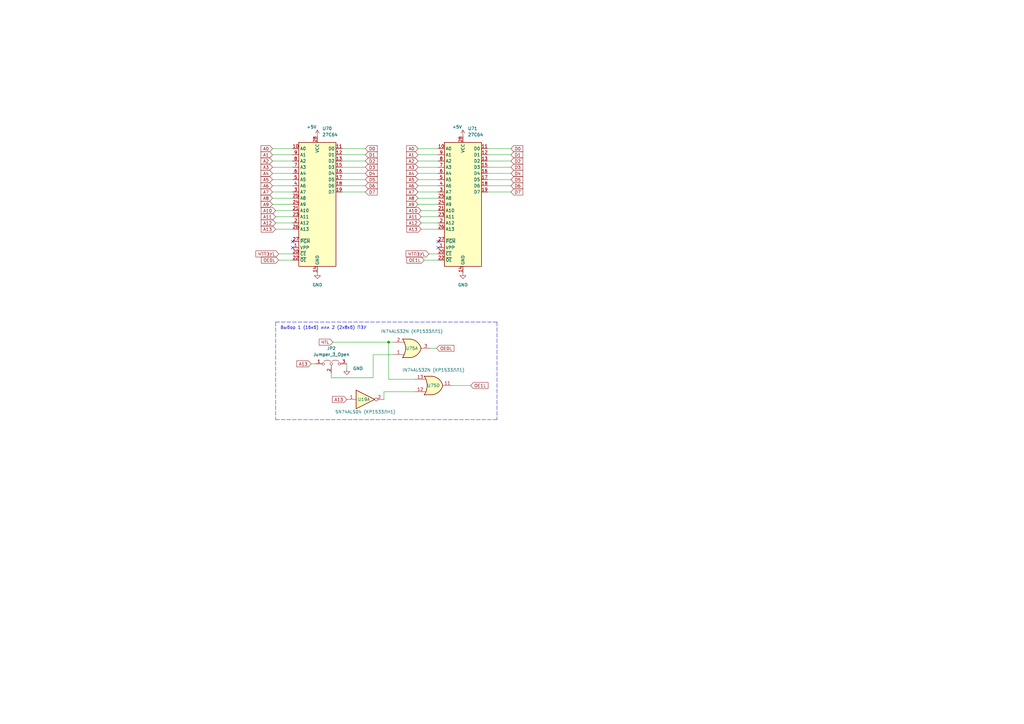
<source format=kicad_sch>
(kicad_sch (version 20211123) (generator eeschema)
  (paper "A3")
  (title_block (comment 2 "Евстафьев"))
  (lib_symbols
    (symbol "74xx:74LS04"
      (property "Reference" "U" (at 0 1.27 0))
      (property "Value" "74LS04" (at 0 -1.27 0))
      (symbol "74LS04_1_0"
        (polyline (pts (xy -3.81 3.81) (xy -3.81 -3.81) (xy 3.81 0) (xy -3.81 3.81)) (stroke (width 0.254)) (fill (type background)))
        (pin input line (at -7.62 0 0) (length 3.81) (name "~") (number "1"))
        (pin output inverted (at 7.62 0 180) (length 3.81) (name "~") (number "2"))
      )
      (symbol "74LS04_2_0"
        (polyline (pts (xy -3.81 3.81) (xy -3.81 -3.81) (xy 3.81 0) (xy -3.81 3.81)) (stroke (width 0.254)) (fill (type background)))
        (pin input line (at -7.62 0 0) (length 3.81) (name "~") (number "3"))
        (pin output inverted (at 7.62 0 180) (length 3.81) (name "~") (number "4"))
      )
      (symbol "74LS04_3_0"
        (polyline (pts (xy -3.81 3.81) (xy -3.81 -3.81) (xy 3.81 0) (xy -3.81 3.81)) (stroke (width 0.254)) (fill (type background)))
        (pin input line (at -7.62 0 0) (length 3.81) (name "~") (number "5"))
        (pin output inverted (at 7.62 0 180) (length 3.81) (name "~") (number "6"))
      )
      (symbol "74LS04_4_0"
        (polyline (pts (xy -3.81 3.81) (xy -3.81 -3.81) (xy 3.81 0) (xy -3.81 3.81)) (stroke (width 0.254)) (fill (type background)))
        (pin output inverted (at 7.62 0 180) (length 3.81) (name "~") (number "8"))
        (pin input line (at -7.62 0 0) (length 3.81) (name "~") (number "9"))
      )
      (symbol "74LS04_5_0"
        (polyline (pts (xy -3.81 3.81) (xy -3.81 -3.81) (xy 3.81 0) (xy -3.81 3.81)) (stroke (width 0.254)) (fill (type background)))
        (pin output inverted (at 7.62 0 180) (length 3.81) (name "~") (number "10"))
        (pin input line (at -7.62 0 0) (length 3.81) (name "~") (number "11"))
      )
      (symbol "74LS04_6_0"
        (polyline (pts (xy -3.81 3.81) (xy -3.81 -3.81) (xy 3.81 0) (xy -3.81 3.81)) (stroke (width 0.254)) (fill (type background)))
        (pin output inverted (at 7.62 0 180) (length 3.81) (name "~") (number "12"))
        (pin input line (at -7.62 0 0) (length 3.81) (name "~") (number "13"))
      )
      (symbol "74LS04_7_0"
        (pin power_in line (at 0 12.7 270) (length 5.08) (name "VCC") (number "14"))
        (pin power_in line (at 0 -12.7 90) (length 5.08) (name "GND") (number "7"))
      )
      (symbol "74LS04_7_1"
        (rectangle (start -5.08 7.62) (end 5.08 -7.62) (stroke (width 0.254)) (fill (type background)))
      )
    )
    (symbol "74xx:74LS32" (pin_names (offset 1.016))
      (property "Reference" "U" (at 0 1.27 0))
      (property "Value" "74LS32" (at 0 -1.27 0))
      (symbol "74LS32_1_1"
        (arc (start -3.81 -3.81) (mid -2.589 0) (end -3.81 3.81) (stroke (width 0.254)))
        (arc (start -0.6096 -3.81) (mid 2.1842 -2.5851) (end 3.81 0) (stroke (width 0.254)) (fill (type background)))
        (polyline (pts (xy -3.81 -3.81) (xy -0.635 -3.81)) (stroke (width 0.254)) (fill (type background)))
        (polyline (pts (xy -3.81 3.81) (xy -0.635 3.81)) (stroke (width 0.254)) (fill (type background)))
        (polyline (pts (xy -0.635 3.81) (xy -3.81 3.81) (xy -3.81 3.81) (xy -3.556 3.4036) (xy -3.0226 2.2606) (xy -2.6924 1.0414) (xy -2.6162 -0.254) (xy -2.7686 -1.4986) (xy -3.175 -2.7178) (xy -3.81 -3.81) (xy -3.81 -3.81) (xy -0.635 -3.81)) (stroke (width -25.4)) (fill (type background)))
        (arc (start 3.81 0) (mid 2.1915 2.5936) (end -0.6096 3.81) (stroke (width 0.254)) (fill (type background)))
        (pin input line (at -7.62 2.54 0) (length 4.318) (name "~") (number "1"))
        (pin input line (at -7.62 -2.54 0) (length 4.318) (name "~") (number "2"))
        (pin output line (at 7.62 0 180) (length 3.81) (name "~") (number "3"))
      )
      (symbol "74LS32_1_2"
        (arc (start 0 -3.81) (mid 3.81 0) (end 0 3.81) (stroke (width 0.254)) (fill (type background)))
        (polyline (pts (xy 0 3.81) (xy -3.81 3.81) (xy -3.81 -3.81) (xy 0 -3.81)) (stroke (width 0.254)) (fill (type background)))
        (pin input inverted (at -7.62 2.54 0) (length 3.81) (name "~") (number "1"))
        (pin input inverted (at -7.62 -2.54 0) (length 3.81) (name "~") (number "2"))
        (pin output inverted (at 7.62 0 180) (length 3.81) (name "~") (number "3"))
      )
      (symbol "74LS32_2_1"
        (arc (start -3.81 -3.81) (mid -2.589 0) (end -3.81 3.81) (stroke (width 0.254)))
        (arc (start -0.6096 -3.81) (mid 2.1842 -2.5851) (end 3.81 0) (stroke (width 0.254)) (fill (type background)))
        (polyline (pts (xy -3.81 -3.81) (xy -0.635 -3.81)) (stroke (width 0.254)) (fill (type background)))
        (polyline (pts (xy -3.81 3.81) (xy -0.635 3.81)) (stroke (width 0.254)) (fill (type background)))
        (polyline (pts (xy -0.635 3.81) (xy -3.81 3.81) (xy -3.81 3.81) (xy -3.556 3.4036) (xy -3.0226 2.2606) (xy -2.6924 1.0414) (xy -2.6162 -0.254) (xy -2.7686 -1.4986) (xy -3.175 -2.7178) (xy -3.81 -3.81) (xy -3.81 -3.81) (xy -0.635 -3.81)) (stroke (width -25.4)) (fill (type background)))
        (arc (start 3.81 0) (mid 2.1915 2.5936) (end -0.6096 3.81) (stroke (width 0.254)) (fill (type background)))
        (pin input line (at -7.62 2.54 0) (length 4.318) (name "~") (number "4"))
        (pin input line (at -7.62 -2.54 0) (length 4.318) (name "~") (number "5"))
        (pin output line (at 7.62 0 180) (length 3.81) (name "~") (number "6"))
      )
      (symbol "74LS32_2_2"
        (arc (start 0 -3.81) (mid 3.81 0) (end 0 3.81) (stroke (width 0.254)) (fill (type background)))
        (polyline (pts (xy 0 3.81) (xy -3.81 3.81) (xy -3.81 -3.81) (xy 0 -3.81)) (stroke (width 0.254)) (fill (type background)))
        (pin input inverted (at -7.62 2.54 0) (length 3.81) (name "~") (number "4"))
        (pin input inverted (at -7.62 -2.54 0) (length 3.81) (name "~") (number "5"))
        (pin output inverted (at 7.62 0 180) (length 3.81) (name "~") (number "6"))
      )
      (symbol "74LS32_3_1"
        (arc (start -3.81 -3.81) (mid -2.589 0) (end -3.81 3.81) (stroke (width 0.254)))
        (arc (start -0.6096 -3.81) (mid 2.1842 -2.5851) (end 3.81 0) (stroke (width 0.254)) (fill (type background)))
        (polyline (pts (xy -3.81 -3.81) (xy -0.635 -3.81)) (stroke (width 0.254)) (fill (type background)))
        (polyline (pts (xy -3.81 3.81) (xy -0.635 3.81)) (stroke (width 0.254)) (fill (type background)))
        (polyline (pts (xy -0.635 3.81) (xy -3.81 3.81) (xy -3.81 3.81) (xy -3.556 3.4036) (xy -3.0226 2.2606) (xy -2.6924 1.0414) (xy -2.6162 -0.254) (xy -2.7686 -1.4986) (xy -3.175 -2.7178) (xy -3.81 -3.81) (xy -3.81 -3.81) (xy -0.635 -3.81)) (stroke (width -25.4)) (fill (type background)))
        (arc (start 3.81 0) (mid 2.1915 2.5936) (end -0.6096 3.81) (stroke (width 0.254)) (fill (type background)))
        (pin input line (at -7.62 -2.54 0) (length 4.318) (name "~") (number "10"))
        (pin output line (at 7.62 0 180) (length 3.81) (name "~") (number "8"))
        (pin input line (at -7.62 2.54 0) (length 4.318) (name "~") (number "9"))
      )
      (symbol "74LS32_3_2"
        (arc (start 0 -3.81) (mid 3.81 0) (end 0 3.81) (stroke (width 0.254)) (fill (type background)))
        (polyline (pts (xy 0 3.81) (xy -3.81 3.81) (xy -3.81 -3.81) (xy 0 -3.81)) (stroke (width 0.254)) (fill (type background)))
        (pin input inverted (at -7.62 -2.54 0) (length 3.81) (name "~") (number "10"))
        (pin output inverted (at 7.62 0 180) (length 3.81) (name "~") (number "8"))
        (pin input inverted (at -7.62 2.54 0) (length 3.81) (name "~") (number "9"))
      )
      (symbol "74LS32_4_1"
        (arc (start -3.81 -3.81) (mid -2.589 0) (end -3.81 3.81) (stroke (width 0.254)))
        (arc (start -0.6096 -3.81) (mid 2.1842 -2.5851) (end 3.81 0) (stroke (width 0.254)) (fill (type background)))
        (polyline (pts (xy -3.81 -3.81) (xy -0.635 -3.81)) (stroke (width 0.254)) (fill (type background)))
        (polyline (pts (xy -3.81 3.81) (xy -0.635 3.81)) (stroke (width 0.254)) (fill (type background)))
        (polyline (pts (xy -0.635 3.81) (xy -3.81 3.81) (xy -3.81 3.81) (xy -3.556 3.4036) (xy -3.0226 2.2606) (xy -2.6924 1.0414) (xy -2.6162 -0.254) (xy -2.7686 -1.4986) (xy -3.175 -2.7178) (xy -3.81 -3.81) (xy -3.81 -3.81) (xy -0.635 -3.81)) (stroke (width -25.4)) (fill (type background)))
        (arc (start 3.81 0) (mid 2.1915 2.5936) (end -0.6096 3.81) (stroke (width 0.254)) (fill (type background)))
        (pin output line (at 7.62 0 180) (length 3.81) (name "~") (number "11"))
        (pin input line (at -7.62 2.54 0) (length 4.318) (name "~") (number "12"))
        (pin input line (at -7.62 -2.54 0) (length 4.318) (name "~") (number "13"))
      )
      (symbol "74LS32_4_2"
        (arc (start 0 -3.81) (mid 3.81 0) (end 0 3.81) (stroke (width 0.254)) (fill (type background)))
        (polyline (pts (xy 0 3.81) (xy -3.81 3.81) (xy -3.81 -3.81) (xy 0 -3.81)) (stroke (width 0.254)) (fill (type background)))
        (pin output inverted (at 7.62 0 180) (length 3.81) (name "~") (number "11"))
        (pin input inverted (at -7.62 2.54 0) (length 3.81) (name "~") (number "12"))
        (pin input inverted (at -7.62 -2.54 0) (length 3.81) (name "~") (number "13"))
      )
      (symbol "74LS32_5_0"
        (pin power_in line (at 0 12.7 270) (length 5.08) (name "VCC") (number "14"))
        (pin power_in line (at 0 -12.7 90) (length 5.08) (name "GND") (number "7"))
      )
      (symbol "74LS32_5_1"
        (rectangle (start -5.08 7.62) (end 5.08 -7.62) (stroke (width 0.254)) (fill (type background)))
      )
    )
    (symbol "Jumper:Jumper_3_Open" (pin_names (offset 0) hide)
      (property "Reference" "JP" (at -2.54 -2.54 0))
      (property "Value" "Jumper_3_Open" (at 0 2.794 0))
      (symbol "Jumper_3_Open_0_0"
        (circle (center -3.302 0) (radius 0.508))
        (circle (center 0 0) (radius 0.508))
        (circle (center 3.302 0) (radius 0.508))
      )
      (symbol "Jumper_3_Open_0_1"
        (arc (start -0.254 1.016) (mid -1.651 1.4992) (end -3.048 1.016))
        (polyline (pts (xy 0 -0.508) (xy 0 -1.27)))
        (arc (start 3.048 1.016) (mid 1.651 1.4992) (end 0.254 1.016))
      )
      (symbol "Jumper_3_Open_1_1"
        (pin passive line (at -6.35 0 0) (length 2.54) (name "A") (number "1"))
        (pin passive line (at 0 -3.81 90) (length 2.54) (name "C") (number "2"))
        (pin passive line (at 6.35 0 180) (length 2.54) (name "B") (number "3"))
      )
    )
    (symbol "Memory_EPROM:27C128"
      (property "Reference" "U" (at -7.62 26.67 0))
      (property "Value" "27C128" (at 2.54 -26.67 0))
      (symbol "27C128_1_1"
        (rectangle (start -7.62 25.4) (end 7.62 -25.4) (stroke (width 0.254)) (fill (type background)))
        (pin input line (at -10.16 -17.78 0) (length 2.54) (name "VPP") (number "1"))
        (pin input line (at -10.16 22.86 0) (length 2.54) (name "A0") (number "10"))
        (pin tri_state line (at 10.16 22.86 180) (length 2.54) (name "D0") (number "11"))
        (pin tri_state line (at 10.16 20.32 180) (length 2.54) (name "D1") (number "12"))
        (pin tri_state line (at 10.16 17.78 180) (length 2.54) (name "D2") (number "13"))
        (pin power_in line (at 0 -27.94 90) (length 2.54) (name "GND") (number "14"))
        (pin tri_state line (at 10.16 15.24 180) (length 2.54) (name "D3") (number "15"))
        (pin tri_state line (at 10.16 12.7 180) (length 2.54) (name "D4") (number "16"))
        (pin tri_state line (at 10.16 10.16 180) (length 2.54) (name "D5") (number "17"))
        (pin tri_state line (at 10.16 7.62 180) (length 2.54) (name "D6") (number "18"))
        (pin tri_state line (at 10.16 5.08 180) (length 2.54) (name "D7") (number "19"))
        (pin input line (at -10.16 -7.62 0) (length 2.54) (name "A12") (number "2"))
        (pin input line (at -10.16 -20.32 0) (length 2.54) (name "~{CE}") (number "20"))
        (pin input line (at -10.16 -2.54 0) (length 2.54) (name "A10") (number "21"))
        (pin input line (at -10.16 -22.86 0) (length 2.54) (name "~{OE}") (number "22"))
        (pin input line (at -10.16 -5.08 0) (length 2.54) (name "A11") (number "23"))
        (pin input line (at -10.16 0 0) (length 2.54) (name "A9") (number "24"))
        (pin input line (at -10.16 2.54 0) (length 2.54) (name "A8") (number "25"))
        (pin input line (at -10.16 -10.16 0) (length 2.54) (name "A13") (number "26"))
        (pin input line (at -10.16 -15.24 0) (length 2.54) (name "~{PGM}") (number "27"))
        (pin power_in line (at 0 27.94 270) (length 2.54) (name "VCC") (number "28"))
        (pin input line (at -10.16 5.08 0) (length 2.54) (name "A7") (number "3"))
        (pin input line (at -10.16 7.62 0) (length 2.54) (name "A6") (number "4"))
        (pin input line (at -10.16 10.16 0) (length 2.54) (name "A5") (number "5"))
        (pin input line (at -10.16 12.7 0) (length 2.54) (name "A4") (number "6"))
        (pin input line (at -10.16 15.24 0) (length 2.54) (name "A3") (number "7"))
        (pin input line (at -10.16 17.78 0) (length 2.54) (name "A2") (number "8"))
        (pin input line (at -10.16 20.32 0) (length 2.54) (name "A1") (number "9"))
      )
    )
    (symbol "power:+5V" (power) (pin_names (offset 0))
      (property "Value" "+5V" (at 0 3.556 0))
      (symbol "+5V_0_1"
        (polyline (pts (xy -0.762 1.27) (xy 0 2.54)))
        (polyline (pts (xy 0 0) (xy 0 2.54)))
        (polyline (pts (xy 0 2.54) (xy 0.762 1.27)))
      )
      (symbol "+5V_1_1"
        (pin power_in line (at 0 0 90) (length 0) hide (name "+5V") (number "1"))
      )
    )
    (symbol "power:GND" (power) (pin_names (offset 0))
      (property "Value" "GND" (at 0 -3.81 0))
      (symbol "GND_0_1"
        (polyline (pts (xy 0 0) (xy 0 -1.27) (xy 1.27 -1.27) (xy 0 -2.54) (xy -1.27 -1.27) (xy 0 -1.27)))
      )
      (symbol "GND_1_1"
        (pin power_in line (at 0 0 270) (length 0) hide (name "GND") (number "1"))
      )
    )
  )
  (junction (at 159.385 140.335))
  (no_connect (at 120.015 99.06))
  (no_connect (at 120.015 101.6))
  (no_connect (at 179.705 101.6))
  (no_connect (at 179.705 99.06))
  (wire (pts (xy 159.385 155.575) (xy 159.385 140.335)))
  (wire (pts (xy 153.035 154.94) (xy 135.89 154.94)))
  (wire (pts (xy 209.55 76.2) (xy 200.025 76.2)))
  (wire (pts (xy 172.72 88.9) (xy 179.705 88.9)))
  (wire (pts (xy 111.76 83.82) (xy 120.015 83.82)))
  (wire (pts (xy 149.86 71.12) (xy 140.335 71.12)))
  (wire (pts (xy 149.86 78.74) (xy 140.335 78.74)))
  (wire (pts (xy 170.18 155.575) (xy 159.385 155.575)))
  (wire (pts (xy 171.45 68.58) (xy 179.705 68.58)))
  (wire (pts (xy 113.03 93.98) (xy 120.015 93.98)))
  (wire (pts (xy 149.86 73.66) (xy 140.335 73.66)))
  (wire (pts (xy 157.48 160.655) (xy 170.18 160.655)))
  (polyline (pts (xy 113.03 132.08) (xy 203.835 132.08)))
  (wire (pts (xy 136.525 140.335) (xy 159.385 140.335)))
  (wire (pts (xy 111.76 71.12) (xy 120.015 71.12)))
  (wire (pts (xy 171.45 60.96) (xy 179.705 60.96)))
  (wire (pts (xy 179.07 142.875) (xy 176.53 142.875)))
  (wire (pts (xy 111.76 63.5) (xy 120.015 63.5)))
  (wire (pts (xy 111.76 66.04) (xy 120.015 66.04)))
  (wire (pts (xy 149.86 63.5) (xy 140.335 63.5)))
  (wire (pts (xy 153.035 145.415) (xy 161.29 145.415)))
  (wire (pts (xy 114.3 106.68) (xy 120.015 106.68)))
  (wire (pts (xy 209.55 71.12) (xy 200.025 71.12)))
  (wire (pts (xy 149.86 76.2) (xy 140.335 76.2)))
  (wire (pts (xy 153.035 145.415) (xy 153.035 154.94)))
  (wire (pts (xy 193.04 158.115) (xy 185.42 158.115)))
  (wire (pts (xy 142.24 151.13) (xy 142.24 149.225)))
  (wire (pts (xy 149.86 68.58) (xy 140.335 68.58)))
  (wire (pts (xy 111.76 76.2) (xy 120.015 76.2)))
  (wire (pts (xy 159.385 140.335) (xy 161.29 140.335)))
  (wire (pts (xy 171.45 71.12) (xy 179.705 71.12)))
  (wire (pts (xy 111.76 60.96) (xy 120.015 60.96)))
  (wire (pts (xy 175.895 104.14) (xy 179.705 104.14)))
  (wire (pts (xy 209.55 73.66) (xy 200.025 73.66)))
  (wire (pts (xy 135.89 154.94) (xy 135.89 153.035)))
  (wire (pts (xy 171.45 63.5) (xy 179.705 63.5)))
  (wire (pts (xy 114.3 104.14) (xy 120.015 104.14)))
  (wire (pts (xy 172.72 91.44) (xy 179.705 91.44)))
  (wire (pts (xy 149.86 66.04) (xy 140.335 66.04)))
  (wire (pts (xy 171.45 76.2) (xy 179.705 76.2)))
  (wire (pts (xy 171.45 83.82) (xy 179.705 83.82)))
  (polyline (pts (xy 113.03 132.08) (xy 113.03 172.085)))
  (wire (pts (xy 172.72 93.98) (xy 179.705 93.98)))
  (wire (pts (xy 157.48 163.83) (xy 157.48 160.655)))
  (wire (pts (xy 111.76 68.58) (xy 120.015 68.58)))
  (wire (pts (xy 113.03 88.9) (xy 120.015 88.9)))
  (wire (pts (xy 111.76 78.74) (xy 120.015 78.74)))
  (wire (pts (xy 113.03 91.44) (xy 120.015 91.44)))
  (wire (pts (xy 149.86 60.96) (xy 140.335 60.96)))
  (wire (pts (xy 127.635 149.225) (xy 129.54 149.225)))
  (wire (pts (xy 171.45 78.74) (xy 179.705 78.74)))
  (polyline (pts (xy 203.835 132.08) (xy 203.835 172.085)))
  (wire (pts (xy 209.55 66.04) (xy 200.025 66.04)))
  (wire (pts (xy 111.76 73.66) (xy 120.015 73.66)))
  (wire (pts (xy 171.45 66.04) (xy 179.705 66.04)))
  (wire (pts (xy 113.03 86.36) (xy 120.015 86.36)))
  (wire (pts (xy 209.55 78.74) (xy 200.025 78.74)))
  (polyline (pts (xy 203.835 172.085) (xy 113.03 172.085)))
  (wire (pts (xy 209.55 68.58) (xy 200.025 68.58)))
  (wire (pts (xy 172.72 86.36) (xy 179.705 86.36)))
  (wire (pts (xy 171.45 81.28) (xy 179.705 81.28)))
  (wire (pts (xy 111.76 81.28) (xy 120.015 81.28)))
  (wire (pts (xy 209.55 63.5) (xy 200.025 63.5)))
  (wire (pts (xy 171.45 73.66) (xy 179.705 73.66)))
  (wire (pts (xy 209.55 60.96) (xy 200.025 60.96)))
  (wire (pts (xy 173.99 106.68) (xy 179.705 106.68)))
  (text "Выбор 1 (16кб) или 2 (2х8кб) ПЗУ" (at 114.935 135.255 0) (effects (font (size 1.27 1.27)) (justify left bottom)))
  (global_label "A1" (shape input) (at 111.76 63.5 180) (property "Intersheet References" "${INTERSHEET_REFS}" (effects hide)))
  (global_label "A8" (shape input) (at 111.76 81.28 180) (property "Intersheet References" "${INTERSHEET_REFS}" (effects hide)))
  (global_label "A6" (shape input) (at 111.76 76.2 180) (property "Intersheet References" "${INTERSHEET_REFS}" (effects hide)))
  (global_label "A13" (shape input) (at 142.24 163.83 180) (property "Intersheet References" "${INTERSHEET_REFS}" (effects hide)))
  (global_label "OE1L" (shape input) (at 173.99 106.68 180) (property "Intersheet References" "${INTERSHEET_REFS}" (effects hide)))
  (global_label "D1" (shape input) (at 149.86 63.5 0) (property "Intersheet References" "${INTERSHEET_REFS}" (effects hide)))
  (global_label "A3" (shape input) (at 111.76 68.58 180) (property "Intersheet References" "${INTERSHEET_REFS}" (effects hide)))
  (global_label "A5" (shape input) (at 111.76 73.66 180) (property "Intersheet References" "${INTERSHEET_REFS}" (effects hide)))
  (global_label "A12" (shape input) (at 172.72 91.44 180) (property "Intersheet References" "${INTERSHEET_REFS}" (effects hide)))
  (global_label "A2" (shape input) (at 111.76 66.04 180) (property "Intersheet References" "${INTERSHEET_REFS}" (effects hide)))
  (global_label "A13" (shape input) (at 113.03 93.98 180) (property "Intersheet References" "${INTERSHEET_REFS}" (effects hide)))
  (global_label "A13" (shape input) (at 172.72 93.98 180) (property "Intersheet References" "${INTERSHEET_REFS}" (effects hide)))
  (global_label "D0" (shape input) (at 209.55 60.96 0) (property "Intersheet References" "${INTERSHEET_REFS}" (effects hide)))
  (global_label "A12" (shape input) (at 113.03 91.44 180) (property "Intersheet References" "${INTERSHEET_REFS}" (effects hide)))
  (global_label "D7" (shape input) (at 209.55 78.74 0) (property "Intersheet References" "${INTERSHEET_REFS}" (effects hide)))
  (global_label "D1" (shape input) (at 209.55 63.5 0) (property "Intersheet References" "${INTERSHEET_REFS}" (effects hide)))
  (global_label "A7" (shape input) (at 111.76 78.74 180) (property "Intersheet References" "${INTERSHEET_REFS}" (effects hide)))
  (global_label "D2" (shape input) (at 209.55 66.04 0) (property "Intersheet References" "${INTERSHEET_REFS}" (effects hide)))
  (global_label "A0" (shape input) (at 111.76 60.96 180) (property "Intersheet References" "${INTERSHEET_REFS}" (effects hide)))
  (global_label "A2" (shape input) (at 171.45 66.04 180) (property "Intersheet References" "${INTERSHEET_REFS}" (effects hide)))
  (global_label "D4" (shape input) (at 209.55 71.12 0) (property "Intersheet References" "${INTERSHEET_REFS}" (effects hide)))
  (global_label "A4" (shape input) (at 111.76 71.12 180) (property "Intersheet References" "${INTERSHEET_REFS}" (effects hide)))
  (global_label "A10" (shape input) (at 172.72 86.36 180) (property "Intersheet References" "${INTERSHEET_REFS}" (effects hide)))
  (global_label "D7" (shape input) (at 149.86 78.74 0) (property "Intersheet References" "${INTERSHEET_REFS}" (effects hide)))
  (global_label "D6" (shape input) (at 209.55 76.2 0) (property "Intersheet References" "${INTERSHEET_REFS}" (effects hide)))
  (global_label "A1" (shape input) (at 171.45 63.5 180) (property "Intersheet References" "${INTERSHEET_REFS}" (effects hide)))
  (global_label "A7" (shape input) (at 171.45 78.74 180) (property "Intersheet References" "${INTERSHEET_REFS}" (effects hide)))
  (global_label "D5" (shape input) (at 149.86 73.66 0) (property "Intersheet References" "${INTERSHEET_REFS}" (effects hide)))
  (global_label "A13" (shape input) (at 127.635 149.225 180) (property "Intersheet References" "${INTERSHEET_REFS}" (effects hide)))
  (global_label "A11" (shape input) (at 172.72 88.9 180) (property "Intersheet References" "${INTERSHEET_REFS}" (effects hide)))
  (global_label "D3" (shape input) (at 149.86 68.58 0) (property "Intersheet References" "${INTERSHEET_REFS}" (effects hide)))
  (global_label "A4" (shape input) (at 171.45 71.12 180) (property "Intersheet References" "${INTERSHEET_REFS}" (effects hide)))
  (global_label "D0" (shape input) (at 149.86 60.96 0) (property "Intersheet References" "${INTERSHEET_REFS}" (effects hide)))
  (global_label "OE1L" (shape input) (at 193.04 158.115 0) (property "Intersheet References" "${INTERSHEET_REFS}" (effects hide)))
  (global_label "D3" (shape input) (at 209.55 68.58 0) (property "Intersheet References" "${INTERSHEET_REFS}" (effects hide)))
  (global_label "A9" (shape input) (at 171.45 83.82 180) (property "Intersheet References" "${INTERSHEET_REFS}" (effects hide)))
  (global_label "ЧТL" (shape input) (at 136.525 140.335 180) (property "Intersheet References" "${INTERSHEET_REFS}" (effects hide)))
  (global_label "D5" (shape input) (at 209.55 73.66 0) (property "Intersheet References" "${INTERSHEET_REFS}" (effects hide)))
  (global_label "A6" (shape input) (at 171.45 76.2 180) (property "Intersheet References" "${INTERSHEET_REFS}" (effects hide)))
  (global_label "A5" (shape input) (at 171.45 73.66 180) (property "Intersheet References" "${INTERSHEET_REFS}" (effects hide)))
  (global_label "OE0L" (shape input) (at 114.3 106.68 180) (property "Intersheet References" "${INTERSHEET_REFS}" (effects hide)))
  (global_label "A11" (shape input) (at 113.03 88.9 180) (property "Intersheet References" "${INTERSHEET_REFS}" (effects hide)))
  (global_label "ЧТПЗУL" (shape input) (at 175.895 104.14 180) (property "Intersheet References" "${INTERSHEET_REFS}" (effects hide)))
  (global_label "A9" (shape input) (at 111.76 83.82 180) (property "Intersheet References" "${INTERSHEET_REFS}" (effects hide)))
  (global_label "A8" (shape input) (at 171.45 81.28 180) (property "Intersheet References" "${INTERSHEET_REFS}" (effects hide)))
  (global_label "D2" (shape input) (at 149.86 66.04 0) (property "Intersheet References" "${INTERSHEET_REFS}" (effects hide)))
  (global_label "D6" (shape input) (at 149.86 76.2 0) (property "Intersheet References" "${INTERSHEET_REFS}" (effects hide)))
  (global_label "D4" (shape input) (at 149.86 71.12 0) (property "Intersheet References" "${INTERSHEET_REFS}" (effects hide)))
  (global_label "OE0L" (shape input) (at 179.07 142.875 0) (property "Intersheet References" "${INTERSHEET_REFS}" (effects hide)))
  (global_label "A0" (shape input) (at 171.45 60.96 180) (property "Intersheet References" "${INTERSHEET_REFS}" (effects hide)))
  (global_label "A10" (shape input) (at 113.03 86.36 180) (property "Intersheet References" "${INTERSHEET_REFS}" (effects hide)))
  (global_label "ЧТПЗУL" (shape input) (at 114.3 104.14 180) (property "Intersheet References" "${INTERSHEET_REFS}" (effects hide)))
  (global_label "A3" (shape input) (at 171.45 68.58 180) (property "Intersheet References" "${INTERSHEET_REFS}" (effects hide)))
  (symbol (lib_id "power:+5V") (at 189.865 55.88 0) (unit 1)
    (property "Reference" "#PWR0115" (effects hide))
    (property "Value" "+5V" (at 185.42 52.07 0) (effects (justify left)))
  )
  (symbol (lib_id "power:GND") (at 142.24 151.13 0) (unit 1)
    (property "Reference" "#PWR0106" (effects hide))
    (property "Value" "GND" (at 144.78 151.13 0) (effects (justify left)))
  )
  (symbol (lib_id "74xx:74LS04") (at 149.86 163.83 0) (unit 1)
    (property "Reference" "U19" (at 149.225 163.83 0))
    (property "Value" "SN74ALS04 (КР1533ЛН1)" (at 149.86 168.91 0))
    (property "Footprint" "Package_DIP:DIP-14_W7.62mm_Socket_LongPads" (effects hide))
    (property "Datasheet" "http://www.ti.com/lit/gpn/sn74LS04" (effects hide))
  )
  (symbol (lib_id "power:+5V") (at 130.175 55.88 0) (unit 1)
    (property "Reference" "#PWR0112" (effects hide))
    (property "Value" "+5V" (at 125.73 52.07 0) (effects (justify left)))
  )
  (symbol (lib_id "power:GND") (at 189.865 111.76 0) (unit 1)
    (property "Reference" "#PWR0114" (effects hide))
    (property "Value" "GND" (at 189.865 116.84 0))
  )
  (symbol (lib_id "74xx:74LS32") (at 168.91 142.875 0) (mirror x) (unit 1)
    (property "Reference" "U75" (at 168.91 142.875 0))
    (property "Value" "IN74ALS32N (КР1533ЛЛ1)" (at 168.91 135.89 0))
    (property "Footprint" "Package_DIP:DIP-14_W7.62mm_Socket_LongPads" (effects hide))
    (property "Datasheet" "http://www.ti.com/lit/gpn/sn74LS32" (effects hide))
  )
  (symbol (lib_id "Memory_EPROM:27C128") (at 130.175 83.82 0) (unit 1)
    (property "Reference" "U70" (at 132.1944 52.705 0) (effects (justify left)))
    (property "Value" "27C64" (at 132.1944 55.245 0) (effects (justify left)))
    (property "Footprint" "Package_DIP:DIP-28_W15.24mm_Socket_LongPads" (effects hide))
    (property "Datasheet" "http://ww1.microchip.com/downloads/en/devicedoc/11003L.pdf" (effects hide))
  )
  (symbol (lib_id "Memory_EPROM:27C128") (at 189.865 83.82 0) (unit 1)
    (property "Reference" "U71" (at 191.8844 52.705 0) (effects (justify left)))
    (property "Value" "27C64" (at 191.8844 55.245 0) (effects (justify left)))
    (property "Footprint" "Package_DIP:DIP-28_W15.24mm_Socket_LongPads" (effects hide))
    (property "Datasheet" "http://ww1.microchip.com/downloads/en/devicedoc/11003L.pdf" (effects hide))
  )
  (symbol (lib_id "74xx:74LS32") (at 177.8 158.115 0) (mirror x) (unit 4)
    (property "Reference" "U75" (at 177.8 158.115 0))
    (property "Value" "IN74ALS32N (КР1533ЛЛ1)" (at 177.8 151.765 0))
    (property "Footprint" "Package_DIP:DIP-14_W7.62mm_Socket_LongPads" (effects hide))
    (property "Datasheet" "http://www.ti.com/lit/gpn/sn74LS32" (effects hide))
  )
  (symbol (lib_id "power:GND") (at 130.175 111.76 0) (unit 1)
    (property "Reference" "#PWR0113" (effects hide))
    (property "Value" "GND" (at 130.175 116.84 0))
  )
  (symbol (lib_id "Jumper:Jumper_3_Open") (at 135.89 149.225 0) (unit 1)
    (property "Reference" "JP2" (at 135.89 142.875 0))
    (property "Value" "Jumper_3_Open" (at 135.89 145.415 0))
    (property "Footprint" "Connector_PinHeader_2.54mm:PinHeader_1x03_P2.54mm_Vertical" (effects hide))
  )
)
</source>
